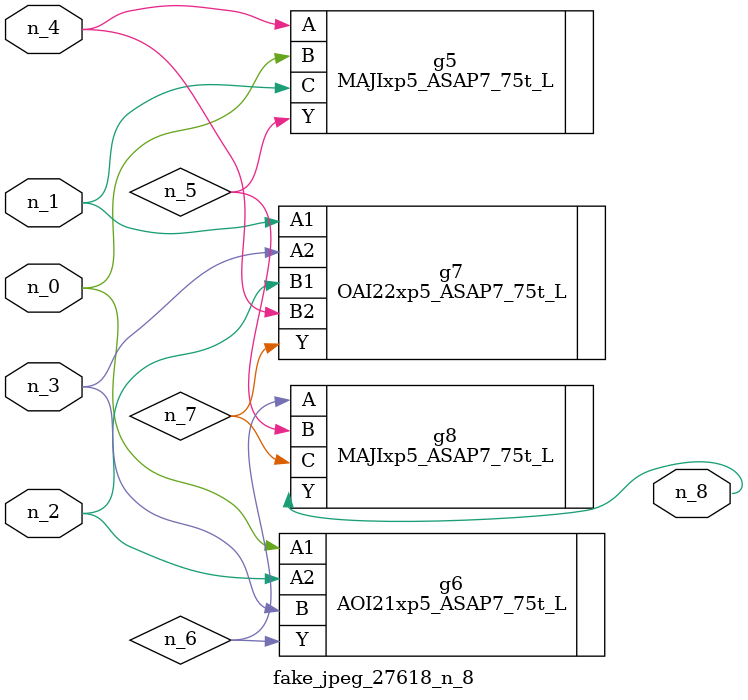
<source format=v>
module fake_jpeg_27618_n_8 (n_3, n_2, n_1, n_0, n_4, n_8);

input n_3;
input n_2;
input n_1;
input n_0;
input n_4;

output n_8;

wire n_6;
wire n_5;
wire n_7;

MAJIxp5_ASAP7_75t_L g5 ( 
.A(n_4),
.B(n_0),
.C(n_1),
.Y(n_5)
);

AOI21xp5_ASAP7_75t_L g6 ( 
.A1(n_0),
.A2(n_2),
.B(n_3),
.Y(n_6)
);

OAI22xp5_ASAP7_75t_L g7 ( 
.A1(n_1),
.A2(n_3),
.B1(n_2),
.B2(n_4),
.Y(n_7)
);

MAJIxp5_ASAP7_75t_L g8 ( 
.A(n_6),
.B(n_5),
.C(n_7),
.Y(n_8)
);


endmodule
</source>
